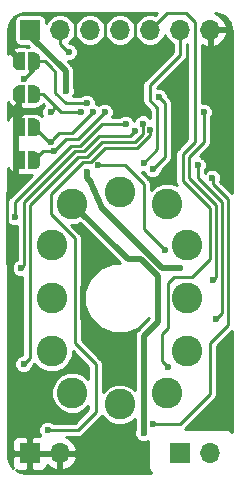
<source format=gbl>
G04 #@! TF.GenerationSoftware,KiCad,Pcbnew,(5.0.0)*
G04 #@! TF.CreationDate,2018-09-15T21:58:09+09:00*
G04 #@! TF.ProjectId,Nixie_Module_IN-12,4E697869655F4D6F64756C655F494E2D,rev?*
G04 #@! TF.SameCoordinates,Original*
G04 #@! TF.FileFunction,Copper,L2,Bot,Signal*
G04 #@! TF.FilePolarity,Positive*
%FSLAX46Y46*%
G04 Gerber Fmt 4.6, Leading zero omitted, Abs format (unit mm)*
G04 Created by KiCad (PCBNEW (5.0.0)) date 09/15/18 21:58:09*
%MOMM*%
%LPD*%
G01*
G04 APERTURE LIST*
G04 #@! TA.AperFunction,ComponentPad*
%ADD10C,2.600000*%
G04 #@! TD*
G04 #@! TA.AperFunction,ComponentPad*
%ADD11R,1.700000X1.700000*%
G04 #@! TD*
G04 #@! TA.AperFunction,ComponentPad*
%ADD12O,1.700000X1.700000*%
G04 #@! TD*
G04 #@! TA.AperFunction,SMDPad,CuDef*
%ADD13C,0.500000*%
G04 #@! TD*
G04 #@! TA.AperFunction,Conductor*
%ADD14C,0.100000*%
G04 #@! TD*
G04 #@! TA.AperFunction,ViaPad*
%ADD15C,0.600000*%
G04 #@! TD*
G04 #@! TA.AperFunction,Conductor*
%ADD16C,0.500000*%
G04 #@! TD*
G04 #@! TA.AperFunction,Conductor*
%ADD17C,0.250000*%
G04 #@! TD*
G04 #@! TA.AperFunction,Conductor*
%ADD18C,0.254000*%
G04 #@! TD*
G04 APERTURE END LIST*
D10*
G04 #@! TO.P,U2,12*
G04 #@! TO.N,/NIX_DP*
X79248000Y-77868000D03*
G04 #@! TO.P,U2,11*
G04 #@! TO.N,/NIX_0*
X83248000Y-78868000D03*
G04 #@! TO.P,U2,10*
G04 #@! TO.N,/NIX_9*
X84998000Y-82368000D03*
G04 #@! TO.P,U2,9*
G04 #@! TO.N,/NIX_8*
X84998000Y-86868000D03*
G04 #@! TO.P,U2,8*
G04 #@! TO.N,/NIX_7*
X84998000Y-91368000D03*
G04 #@! TO.P,U2,7*
G04 #@! TO.N,/NIX_6*
X83248000Y-94868000D03*
G04 #@! TO.P,U2,6*
G04 #@! TO.N,/NIX_5*
X79248000Y-95868000D03*
G04 #@! TO.P,U2,5*
G04 #@! TO.N,/NIX_4*
X75248000Y-94868000D03*
G04 #@! TO.P,U2,4*
G04 #@! TO.N,/NIX_3*
X73498000Y-91368000D03*
G04 #@! TO.P,U2,3*
G04 #@! TO.N,/NIX_2*
X73498000Y-86868000D03*
G04 #@! TO.P,U2,2*
G04 #@! TO.N,/NIX_1*
X73498000Y-82368000D03*
G04 #@! TO.P,U2,1*
G04 #@! TO.N,Net-(R1-Pad2)*
X75248000Y-78868000D03*
G04 #@! TD*
D11*
G04 #@! TO.P,J4,1*
G04 #@! TO.N,GND*
X71628000Y-100012500D03*
D12*
G04 #@! TO.P,J4,2*
X74168000Y-100012500D03*
G04 #@! TD*
D11*
G04 #@! TO.P,J3,1*
G04 #@! TO.N,+HV*
X84328000Y-100012500D03*
D12*
G04 #@! TO.P,J3,2*
X86868000Y-100012500D03*
G04 #@! TD*
D11*
G04 #@! TO.P,J1,1*
G04 #@! TO.N,+5V*
X71678800Y-64160400D03*
D12*
G04 #@! TO.P,J1,2*
G04 #@! TO.N,/I2C_SDA*
X74218800Y-64160400D03*
G04 #@! TO.P,J1,3*
G04 #@! TO.N,/I2C_SCL*
X76758800Y-64160400D03*
G04 #@! TO.P,J1,4*
G04 #@! TO.N,/#OE*
X79298800Y-64160400D03*
G04 #@! TO.P,J1,5*
G04 #@! TO.N,/LED_DIN*
X81838800Y-64160400D03*
G04 #@! TO.P,J1,6*
G04 #@! TO.N,/LED_DOUT*
X84378800Y-64160400D03*
G04 #@! TO.P,J1,7*
G04 #@! TO.N,GND*
X86918800Y-64160400D03*
G04 #@! TD*
D13*
G04 #@! TO.P,JP1,2*
G04 #@! TO.N,GND*
X70724000Y-66802000D03*
D14*
G04 #@! TD*
G04 #@! TO.N,GND*
G04 #@! TO.C,JP1*
G36*
X70724000Y-67551398D02*
X70699466Y-67551398D01*
X70650635Y-67546588D01*
X70602510Y-67537016D01*
X70555555Y-67522772D01*
X70510222Y-67503995D01*
X70466949Y-67480864D01*
X70426150Y-67453604D01*
X70388221Y-67422476D01*
X70353524Y-67387779D01*
X70322396Y-67349850D01*
X70295136Y-67309051D01*
X70272005Y-67265778D01*
X70253228Y-67220445D01*
X70238984Y-67173490D01*
X70229412Y-67125365D01*
X70224602Y-67076534D01*
X70224602Y-67052000D01*
X70224000Y-67052000D01*
X70224000Y-66552000D01*
X70224602Y-66552000D01*
X70224602Y-66527466D01*
X70229412Y-66478635D01*
X70238984Y-66430510D01*
X70253228Y-66383555D01*
X70272005Y-66338222D01*
X70295136Y-66294949D01*
X70322396Y-66254150D01*
X70353524Y-66216221D01*
X70388221Y-66181524D01*
X70426150Y-66150396D01*
X70466949Y-66123136D01*
X70510222Y-66100005D01*
X70555555Y-66081228D01*
X70602510Y-66066984D01*
X70650635Y-66057412D01*
X70699466Y-66052602D01*
X70724000Y-66052602D01*
X70724000Y-66052000D01*
X71224000Y-66052000D01*
X71224000Y-67552000D01*
X70724000Y-67552000D01*
X70724000Y-67551398D01*
X70724000Y-67551398D01*
G37*
D13*
G04 #@! TO.P,JP1,1*
G04 #@! TO.N,/ADDR_0*
X72024000Y-66802000D03*
D14*
G04 #@! TD*
G04 #@! TO.N,/ADDR_0*
G04 #@! TO.C,JP1*
G36*
X71524000Y-66052000D02*
X72024000Y-66052000D01*
X72024000Y-66052602D01*
X72048534Y-66052602D01*
X72097365Y-66057412D01*
X72145490Y-66066984D01*
X72192445Y-66081228D01*
X72237778Y-66100005D01*
X72281051Y-66123136D01*
X72321850Y-66150396D01*
X72359779Y-66181524D01*
X72394476Y-66216221D01*
X72425604Y-66254150D01*
X72452864Y-66294949D01*
X72475995Y-66338222D01*
X72494772Y-66383555D01*
X72509016Y-66430510D01*
X72518588Y-66478635D01*
X72523398Y-66527466D01*
X72523398Y-66552000D01*
X72524000Y-66552000D01*
X72524000Y-67052000D01*
X72523398Y-67052000D01*
X72523398Y-67076534D01*
X72518588Y-67125365D01*
X72509016Y-67173490D01*
X72494772Y-67220445D01*
X72475995Y-67265778D01*
X72452864Y-67309051D01*
X72425604Y-67349850D01*
X72394476Y-67387779D01*
X72359779Y-67422476D01*
X72321850Y-67453604D01*
X72281051Y-67480864D01*
X72237778Y-67503995D01*
X72192445Y-67522772D01*
X72145490Y-67537016D01*
X72097365Y-67546588D01*
X72048534Y-67551398D01*
X72024000Y-67551398D01*
X72024000Y-67552000D01*
X71524000Y-67552000D01*
X71524000Y-66052000D01*
X71524000Y-66052000D01*
G37*
D13*
G04 #@! TO.P,JP2,1*
G04 #@! TO.N,/ADDR_1*
X72024000Y-69596000D03*
D14*
G04 #@! TD*
G04 #@! TO.N,/ADDR_1*
G04 #@! TO.C,JP2*
G36*
X71524000Y-68846000D02*
X72024000Y-68846000D01*
X72024000Y-68846602D01*
X72048534Y-68846602D01*
X72097365Y-68851412D01*
X72145490Y-68860984D01*
X72192445Y-68875228D01*
X72237778Y-68894005D01*
X72281051Y-68917136D01*
X72321850Y-68944396D01*
X72359779Y-68975524D01*
X72394476Y-69010221D01*
X72425604Y-69048150D01*
X72452864Y-69088949D01*
X72475995Y-69132222D01*
X72494772Y-69177555D01*
X72509016Y-69224510D01*
X72518588Y-69272635D01*
X72523398Y-69321466D01*
X72523398Y-69346000D01*
X72524000Y-69346000D01*
X72524000Y-69846000D01*
X72523398Y-69846000D01*
X72523398Y-69870534D01*
X72518588Y-69919365D01*
X72509016Y-69967490D01*
X72494772Y-70014445D01*
X72475995Y-70059778D01*
X72452864Y-70103051D01*
X72425604Y-70143850D01*
X72394476Y-70181779D01*
X72359779Y-70216476D01*
X72321850Y-70247604D01*
X72281051Y-70274864D01*
X72237778Y-70297995D01*
X72192445Y-70316772D01*
X72145490Y-70331016D01*
X72097365Y-70340588D01*
X72048534Y-70345398D01*
X72024000Y-70345398D01*
X72024000Y-70346000D01*
X71524000Y-70346000D01*
X71524000Y-68846000D01*
X71524000Y-68846000D01*
G37*
D13*
G04 #@! TO.P,JP2,2*
G04 #@! TO.N,GND*
X70724000Y-69596000D03*
D14*
G04 #@! TD*
G04 #@! TO.N,GND*
G04 #@! TO.C,JP2*
G36*
X70724000Y-70345398D02*
X70699466Y-70345398D01*
X70650635Y-70340588D01*
X70602510Y-70331016D01*
X70555555Y-70316772D01*
X70510222Y-70297995D01*
X70466949Y-70274864D01*
X70426150Y-70247604D01*
X70388221Y-70216476D01*
X70353524Y-70181779D01*
X70322396Y-70143850D01*
X70295136Y-70103051D01*
X70272005Y-70059778D01*
X70253228Y-70014445D01*
X70238984Y-69967490D01*
X70229412Y-69919365D01*
X70224602Y-69870534D01*
X70224602Y-69846000D01*
X70224000Y-69846000D01*
X70224000Y-69346000D01*
X70224602Y-69346000D01*
X70224602Y-69321466D01*
X70229412Y-69272635D01*
X70238984Y-69224510D01*
X70253228Y-69177555D01*
X70272005Y-69132222D01*
X70295136Y-69088949D01*
X70322396Y-69048150D01*
X70353524Y-69010221D01*
X70388221Y-68975524D01*
X70426150Y-68944396D01*
X70466949Y-68917136D01*
X70510222Y-68894005D01*
X70555555Y-68875228D01*
X70602510Y-68860984D01*
X70650635Y-68851412D01*
X70699466Y-68846602D01*
X70724000Y-68846602D01*
X70724000Y-68846000D01*
X71224000Y-68846000D01*
X71224000Y-70346000D01*
X70724000Y-70346000D01*
X70724000Y-70345398D01*
X70724000Y-70345398D01*
G37*
D13*
G04 #@! TO.P,JP4,2*
G04 #@! TO.N,GND*
X70724000Y-75184000D03*
D14*
G04 #@! TD*
G04 #@! TO.N,GND*
G04 #@! TO.C,JP4*
G36*
X70724000Y-75933398D02*
X70699466Y-75933398D01*
X70650635Y-75928588D01*
X70602510Y-75919016D01*
X70555555Y-75904772D01*
X70510222Y-75885995D01*
X70466949Y-75862864D01*
X70426150Y-75835604D01*
X70388221Y-75804476D01*
X70353524Y-75769779D01*
X70322396Y-75731850D01*
X70295136Y-75691051D01*
X70272005Y-75647778D01*
X70253228Y-75602445D01*
X70238984Y-75555490D01*
X70229412Y-75507365D01*
X70224602Y-75458534D01*
X70224602Y-75434000D01*
X70224000Y-75434000D01*
X70224000Y-74934000D01*
X70224602Y-74934000D01*
X70224602Y-74909466D01*
X70229412Y-74860635D01*
X70238984Y-74812510D01*
X70253228Y-74765555D01*
X70272005Y-74720222D01*
X70295136Y-74676949D01*
X70322396Y-74636150D01*
X70353524Y-74598221D01*
X70388221Y-74563524D01*
X70426150Y-74532396D01*
X70466949Y-74505136D01*
X70510222Y-74482005D01*
X70555555Y-74463228D01*
X70602510Y-74448984D01*
X70650635Y-74439412D01*
X70699466Y-74434602D01*
X70724000Y-74434602D01*
X70724000Y-74434000D01*
X71224000Y-74434000D01*
X71224000Y-75934000D01*
X70724000Y-75934000D01*
X70724000Y-75933398D01*
X70724000Y-75933398D01*
G37*
D13*
G04 #@! TO.P,JP4,1*
G04 #@! TO.N,/ADDR_3*
X72024000Y-75184000D03*
D14*
G04 #@! TD*
G04 #@! TO.N,/ADDR_3*
G04 #@! TO.C,JP4*
G36*
X71524000Y-74434000D02*
X72024000Y-74434000D01*
X72024000Y-74434602D01*
X72048534Y-74434602D01*
X72097365Y-74439412D01*
X72145490Y-74448984D01*
X72192445Y-74463228D01*
X72237778Y-74482005D01*
X72281051Y-74505136D01*
X72321850Y-74532396D01*
X72359779Y-74563524D01*
X72394476Y-74598221D01*
X72425604Y-74636150D01*
X72452864Y-74676949D01*
X72475995Y-74720222D01*
X72494772Y-74765555D01*
X72509016Y-74812510D01*
X72518588Y-74860635D01*
X72523398Y-74909466D01*
X72523398Y-74934000D01*
X72524000Y-74934000D01*
X72524000Y-75434000D01*
X72523398Y-75434000D01*
X72523398Y-75458534D01*
X72518588Y-75507365D01*
X72509016Y-75555490D01*
X72494772Y-75602445D01*
X72475995Y-75647778D01*
X72452864Y-75691051D01*
X72425604Y-75731850D01*
X72394476Y-75769779D01*
X72359779Y-75804476D01*
X72321850Y-75835604D01*
X72281051Y-75862864D01*
X72237778Y-75885995D01*
X72192445Y-75904772D01*
X72145490Y-75919016D01*
X72097365Y-75928588D01*
X72048534Y-75933398D01*
X72024000Y-75933398D01*
X72024000Y-75934000D01*
X71524000Y-75934000D01*
X71524000Y-74434000D01*
X71524000Y-74434000D01*
G37*
D13*
G04 #@! TO.P,JP3,1*
G04 #@! TO.N,/ADDR_2*
X72024000Y-72390000D03*
D14*
G04 #@! TD*
G04 #@! TO.N,/ADDR_2*
G04 #@! TO.C,JP3*
G36*
X71524000Y-71640000D02*
X72024000Y-71640000D01*
X72024000Y-71640602D01*
X72048534Y-71640602D01*
X72097365Y-71645412D01*
X72145490Y-71654984D01*
X72192445Y-71669228D01*
X72237778Y-71688005D01*
X72281051Y-71711136D01*
X72321850Y-71738396D01*
X72359779Y-71769524D01*
X72394476Y-71804221D01*
X72425604Y-71842150D01*
X72452864Y-71882949D01*
X72475995Y-71926222D01*
X72494772Y-71971555D01*
X72509016Y-72018510D01*
X72518588Y-72066635D01*
X72523398Y-72115466D01*
X72523398Y-72140000D01*
X72524000Y-72140000D01*
X72524000Y-72640000D01*
X72523398Y-72640000D01*
X72523398Y-72664534D01*
X72518588Y-72713365D01*
X72509016Y-72761490D01*
X72494772Y-72808445D01*
X72475995Y-72853778D01*
X72452864Y-72897051D01*
X72425604Y-72937850D01*
X72394476Y-72975779D01*
X72359779Y-73010476D01*
X72321850Y-73041604D01*
X72281051Y-73068864D01*
X72237778Y-73091995D01*
X72192445Y-73110772D01*
X72145490Y-73125016D01*
X72097365Y-73134588D01*
X72048534Y-73139398D01*
X72024000Y-73139398D01*
X72024000Y-73140000D01*
X71524000Y-73140000D01*
X71524000Y-71640000D01*
X71524000Y-71640000D01*
G37*
D13*
G04 #@! TO.P,JP3,2*
G04 #@! TO.N,GND*
X70724000Y-72390000D03*
D14*
G04 #@! TD*
G04 #@! TO.N,GND*
G04 #@! TO.C,JP3*
G36*
X70724000Y-73139398D02*
X70699466Y-73139398D01*
X70650635Y-73134588D01*
X70602510Y-73125016D01*
X70555555Y-73110772D01*
X70510222Y-73091995D01*
X70466949Y-73068864D01*
X70426150Y-73041604D01*
X70388221Y-73010476D01*
X70353524Y-72975779D01*
X70322396Y-72937850D01*
X70295136Y-72897051D01*
X70272005Y-72853778D01*
X70253228Y-72808445D01*
X70238984Y-72761490D01*
X70229412Y-72713365D01*
X70224602Y-72664534D01*
X70224602Y-72640000D01*
X70224000Y-72640000D01*
X70224000Y-72140000D01*
X70224602Y-72140000D01*
X70224602Y-72115466D01*
X70229412Y-72066635D01*
X70238984Y-72018510D01*
X70253228Y-71971555D01*
X70272005Y-71926222D01*
X70295136Y-71882949D01*
X70322396Y-71842150D01*
X70353524Y-71804221D01*
X70388221Y-71769524D01*
X70426150Y-71738396D01*
X70466949Y-71711136D01*
X70510222Y-71688005D01*
X70555555Y-71669228D01*
X70602510Y-71654984D01*
X70650635Y-71645412D01*
X70699466Y-71640602D01*
X70724000Y-71640602D01*
X70724000Y-71640000D01*
X71224000Y-71640000D01*
X71224000Y-73140000D01*
X70724000Y-73140000D01*
X70724000Y-73139398D01*
X70724000Y-73139398D01*
G37*
D15*
G04 #@! TO.N,+5V*
X84328000Y-84328000D03*
X74676000Y-69342000D03*
X76454000Y-76200000D03*
G04 #@! TO.N,GND*
X70104000Y-64516000D03*
X86360000Y-74930000D03*
X70866000Y-89408000D03*
X70065997Y-84328000D03*
X70104000Y-77470000D03*
X83820000Y-72644000D03*
X75438000Y-62992000D03*
X80518000Y-62992000D03*
X77978000Y-62992000D03*
X84582000Y-73152000D03*
X80518000Y-69596000D03*
X80518000Y-71120000D03*
X78994000Y-69596000D03*
X79248000Y-71120000D03*
X82804010Y-76708000D03*
X83820000Y-76962000D03*
X88392000Y-96520000D03*
X88392000Y-93472000D03*
X86868000Y-75692000D03*
X78232000Y-83566000D03*
X71120000Y-71120000D03*
X79248000Y-91948000D03*
X79502000Y-99568000D03*
X79502000Y-98552000D03*
X72390000Y-95504000D03*
X73152000Y-93980000D03*
X70104000Y-91694000D03*
X75692000Y-101346000D03*
X75692000Y-98806000D03*
X80010000Y-100838000D03*
X79248000Y-90424000D03*
X79248000Y-93273002D03*
X76454000Y-89916000D03*
X87884000Y-69596000D03*
X87884000Y-71120000D03*
X87884000Y-72644000D03*
X88646000Y-90170000D03*
X88392000Y-95504000D03*
X87122000Y-97028000D03*
X81534000Y-67056000D03*
X83058000Y-66548000D03*
X84582000Y-67310000D03*
X84582000Y-68580000D03*
X84836000Y-69850000D03*
X79483421Y-67231445D03*
X77470000Y-70358000D03*
X77978000Y-66040010D03*
G04 #@! TO.N,/I2C_SDA*
X74930000Y-66040000D03*
G04 #@! TO.N,/NIX_6_G*
X82042000Y-97536000D03*
X87083988Y-76708000D03*
G04 #@! TO.N,/NIX_2_G*
X70358000Y-80010000D03*
X79756008Y-72136000D03*
G04 #@! TO.N,/NIX_7_G*
X85852000Y-75574990D03*
X87376000Y-88646000D03*
G04 #@! TO.N,/NIX_3_G*
X70866000Y-84328000D03*
X80575694Y-72701694D03*
G04 #@! TO.N,/NIX_8_G*
X87126000Y-85344000D03*
X86360000Y-71120000D03*
G04 #@! TO.N,/NIX_4_G*
X81222313Y-72078313D03*
X71120000Y-92456000D03*
G04 #@! TO.N,/NIX_5_G*
X81825705Y-72644000D03*
X73152000Y-98044000D03*
G04 #@! TO.N,/NIX_0_G*
X83058000Y-82804000D03*
X77409051Y-75631051D03*
G04 #@! TO.N,Net-(R1-Pad2)*
X81280014Y-98298000D03*
G04 #@! TO.N,/ADDR_0*
X76454000Y-70358000D03*
X71120000Y-68326000D03*
G04 #@! TO.N,/ADDR_1*
X75946000Y-71120000D03*
X73406000Y-71120000D03*
G04 #@! TO.N,/ADDR_2*
X76962000Y-71120000D03*
X73406000Y-73621987D03*
G04 #@! TO.N,/ADDR_3*
X77978000Y-71120000D03*
X73659988Y-74422000D03*
G04 #@! TO.N,/LED_DIN*
X83312000Y-92710000D03*
G04 #@! TO.N,/LED_DOUT*
X81280000Y-75438000D03*
G04 #@! TO.N,/NIX_DP_G*
X82550000Y-69850000D03*
X82042000Y-75946000D03*
G04 #@! TD*
D16*
G04 #@! TO.N,+5V*
X71678800Y-64660804D02*
X74676000Y-67658004D01*
X74676000Y-67658004D02*
X74676000Y-68917736D01*
X71678800Y-64566800D02*
X71678800Y-64660804D01*
X74676000Y-68917736D02*
X74676000Y-69342000D01*
X84328000Y-84328000D02*
X82804000Y-84328000D01*
X82804000Y-84328000D02*
X77724000Y-79248000D01*
X77724000Y-79248000D02*
X76708000Y-76962000D01*
X76454000Y-76708000D02*
X76454000Y-76624264D01*
X76708000Y-76962000D02*
X76454000Y-76708000D01*
X76454000Y-76624264D02*
X76454000Y-76200000D01*
D17*
G04 #@! TO.N,GND*
X70470000Y-76312000D02*
X70470000Y-75692000D01*
X87122000Y-74168000D02*
X86360000Y-74930000D01*
X87122000Y-65565681D02*
X87122000Y-74168000D01*
X86918800Y-64160400D02*
X86918800Y-65362481D01*
X86918800Y-65362481D02*
X87122000Y-65565681D01*
X70866000Y-88983736D02*
X70104000Y-88221736D01*
X70866000Y-89408000D02*
X70866000Y-88983736D01*
X70104000Y-88221736D02*
X70104000Y-84366003D01*
X70104000Y-84366003D02*
X70065997Y-84328000D01*
X69732999Y-83995002D02*
X69732999Y-77841001D01*
X70065997Y-84328000D02*
X69732999Y-83995002D01*
X69732999Y-77841001D02*
X70104000Y-77470000D01*
X83820000Y-72644000D02*
X84119999Y-72943999D01*
X84119999Y-72943999D02*
X84582000Y-73406000D01*
X84582000Y-73406000D02*
X84836000Y-73406000D01*
D16*
X70470000Y-77104000D02*
X70104000Y-77470000D01*
X70470000Y-75692000D02*
X70470000Y-77104000D01*
D17*
X80518000Y-62992000D02*
X80518000Y-66548000D01*
X77978000Y-62992000D02*
X77978000Y-66472000D01*
X80518000Y-66548000D02*
X80518000Y-69596000D01*
X80518000Y-69596000D02*
X80518000Y-71120000D01*
X80518000Y-69596000D02*
X78994000Y-69596000D01*
X78994000Y-69596000D02*
X78994000Y-70866000D01*
X78994000Y-70866000D02*
X79248000Y-71120000D01*
X83820000Y-72644000D02*
X83820000Y-75692010D01*
X83820000Y-75692010D02*
X83104009Y-76408001D01*
X83104009Y-76408001D02*
X82804010Y-76708000D01*
X88392000Y-96520000D02*
X88392000Y-95504000D01*
D16*
X70612000Y-66548000D02*
X70470000Y-66690000D01*
X70104000Y-64516000D02*
X70104000Y-66040000D01*
X70104000Y-66040000D02*
X70612000Y-66548000D01*
X70724000Y-70500000D02*
X70724000Y-69596000D01*
X70820001Y-70820001D02*
X70612000Y-70612000D01*
X71120000Y-71120000D02*
X70820001Y-70820001D01*
X70470000Y-70754000D02*
X70612000Y-70612000D01*
X70612000Y-70612000D02*
X70724000Y-70500000D01*
X70470000Y-71345736D02*
X70470000Y-71374000D01*
X70695736Y-71120000D02*
X70470000Y-71345736D01*
X71120000Y-71120000D02*
X70695736Y-71120000D01*
X70470000Y-75692000D02*
X70470000Y-71374000D01*
X70470000Y-71374000D02*
X70470000Y-70754000D01*
D17*
X78948001Y-91648001D02*
X79248000Y-91948000D01*
X78232000Y-83566000D02*
X75946000Y-85852000D01*
X75946000Y-85852000D02*
X75946000Y-88646000D01*
X75946000Y-88646000D02*
X78948001Y-91648001D01*
X88392000Y-95504000D02*
X88392000Y-93472000D01*
X79756000Y-67056000D02*
X79580555Y-67231445D01*
X77902000Y-66548000D02*
X79248000Y-66548000D01*
X80518000Y-66548000D02*
X80264000Y-66548000D01*
X80264000Y-66548000D02*
X79756000Y-67056000D01*
X79580555Y-67231445D02*
X79483421Y-67231445D01*
X79248000Y-66548000D02*
X79756000Y-67056000D01*
X75438000Y-63416264D02*
X75438000Y-62992000D01*
X75438000Y-64770000D02*
X75438000Y-63416264D01*
X77902000Y-66548000D02*
X77216000Y-66548000D01*
X77216000Y-66548000D02*
X75438000Y-64770000D01*
X77769999Y-70058001D02*
X77470000Y-70358000D01*
X78232000Y-69596000D02*
X77769999Y-70058001D01*
X78994000Y-69596000D02*
X78232000Y-69596000D01*
X77902000Y-66548000D02*
X77978000Y-66472000D01*
X77978000Y-66472000D02*
X77978000Y-66040010D01*
X70724000Y-71516000D02*
X71120000Y-71120000D01*
X70724000Y-72390000D02*
X70724000Y-71516000D01*
G04 #@! TO.N,/I2C_SDA*
X74218800Y-65362481D02*
X74896319Y-66040000D01*
X74218800Y-64160400D02*
X74218800Y-65362481D01*
X74896319Y-66040000D02*
X74930000Y-66040000D01*
G04 #@! TO.N,/NIX_6_G*
X82042000Y-97536000D02*
X84328000Y-97536000D01*
X88392000Y-89154000D02*
X88392000Y-78486000D01*
X88392000Y-78486000D02*
X87122000Y-77216000D01*
X87122000Y-76708000D02*
X87083988Y-76708000D01*
X84328000Y-97536000D02*
X86868000Y-94996000D01*
X86868000Y-90678000D02*
X88392000Y-89154000D01*
X87122000Y-77216000D02*
X87122000Y-76708000D01*
X86868000Y-94996000D02*
X86868000Y-90678000D01*
G04 #@! TO.N,/NIX_2_G*
X77724000Y-72136000D02*
X79331744Y-72136000D01*
X70358000Y-80010000D02*
X70358000Y-78740000D01*
X75889035Y-73970965D02*
X77724000Y-72136000D01*
X79331744Y-72136000D02*
X79756008Y-72136000D01*
X75127035Y-73970965D02*
X75889035Y-73970965D01*
X70358000Y-78740000D02*
X75127035Y-73970965D01*
G04 #@! TO.N,/NIX_7_G*
X85852000Y-75574990D02*
X85852000Y-76708000D01*
X87884000Y-88138000D02*
X87675999Y-88346001D01*
X87675999Y-88346001D02*
X87376000Y-88646000D01*
X87884000Y-78740000D02*
X87884000Y-88138000D01*
X85852000Y-76708000D02*
X87884000Y-78740000D01*
G04 #@! TO.N,/NIX_3_G*
X71165999Y-78694001D02*
X75439024Y-74420976D01*
X77470000Y-73152000D02*
X80125388Y-73152000D01*
X80125388Y-73152000D02*
X80275695Y-73001693D01*
X70866000Y-84328000D02*
X71165999Y-84028001D01*
X80275695Y-73001693D02*
X80575694Y-72701694D01*
X76201024Y-74420976D02*
X77470000Y-73152000D01*
X75439024Y-74420976D02*
X76201024Y-74420976D01*
X71165999Y-84028001D02*
X71165999Y-78694001D01*
G04 #@! TO.N,/NIX_8_G*
X86360000Y-71544264D02*
X86360000Y-71120000D01*
X87376000Y-85094000D02*
X87376000Y-78994000D01*
X87126000Y-85344000D02*
X87376000Y-85094000D01*
X87376000Y-78994000D02*
X85090000Y-76708000D01*
X85090000Y-76708000D02*
X85090000Y-74930000D01*
X85090000Y-74930000D02*
X86360000Y-73660000D01*
X86360000Y-73660000D02*
X86360000Y-71544264D01*
G04 #@! TO.N,/NIX_4_G*
X81200696Y-73001696D02*
X80542392Y-73660000D01*
X71628000Y-78994000D02*
X71628000Y-91948000D01*
X76513013Y-74870987D02*
X75751013Y-74870987D01*
X71419999Y-92156001D02*
X71120000Y-92456000D01*
X80542392Y-73660000D02*
X77724000Y-73660000D01*
X75751013Y-74870987D02*
X71628000Y-78994000D01*
X81222313Y-72078313D02*
X81200696Y-72099930D01*
X77724000Y-73660000D02*
X76513013Y-74870987D01*
X71628000Y-91948000D02*
X71419999Y-92156001D01*
X81200696Y-72099930D02*
X81200696Y-73001696D01*
G04 #@! TO.N,/NIX_5_G*
X75692000Y-98044000D02*
X77216000Y-96520000D01*
X77216000Y-92456000D02*
X75438000Y-90678000D01*
X77978000Y-74168000D02*
X80725969Y-74168000D01*
X73406000Y-78068996D02*
X76153998Y-75320998D01*
X75438000Y-90678000D02*
X75438000Y-81788000D01*
X81825705Y-73068264D02*
X81825705Y-72644000D01*
X80725969Y-74168000D02*
X81825705Y-73068264D01*
X75438000Y-81788000D02*
X73406000Y-79756000D01*
X77216000Y-96520000D02*
X77216000Y-92456000D01*
X76825002Y-75320998D02*
X77978000Y-74168000D01*
X76153998Y-75320998D02*
X76825002Y-75320998D01*
X73406000Y-79756000D02*
X73406000Y-78068996D01*
X73152000Y-98044000D02*
X75692000Y-98044000D01*
G04 #@! TO.N,/NIX_0_G*
X79695051Y-75631051D02*
X77833315Y-75631051D01*
X83058000Y-82804000D02*
X81280000Y-81026000D01*
X77833315Y-75631051D02*
X77409051Y-75631051D01*
X81280000Y-77216000D02*
X79695051Y-75631051D01*
X81280000Y-81026000D02*
X81280000Y-77216000D01*
D16*
G04 #@! TO.N,Net-(R1-Pad2)*
X82482989Y-88884181D02*
X81280014Y-90087156D01*
X81280014Y-90087156D02*
X81280014Y-97873736D01*
X81280014Y-97873736D02*
X81280014Y-98298000D01*
X82482989Y-85022989D02*
X82482989Y-88884181D01*
X79946000Y-83566000D02*
X81026000Y-83566000D01*
X75248000Y-78868000D02*
X79946000Y-83566000D01*
X81026000Y-83566000D02*
X82482989Y-85022989D01*
D17*
G04 #@! TO.N,/ADDR_0*
X74676000Y-70358000D02*
X76454000Y-70358000D01*
X73800991Y-69482991D02*
X74676000Y-70358000D01*
X73800991Y-67704991D02*
X73800991Y-69482991D01*
X72024000Y-66802000D02*
X72898000Y-66802000D01*
X73406000Y-67310000D02*
X73800991Y-67704991D01*
X72898000Y-66802000D02*
X73406000Y-67310000D01*
X72024000Y-67422000D02*
X72024000Y-66802000D01*
X71628000Y-67818000D02*
X71628000Y-67564000D01*
X71628000Y-67818000D02*
X72024000Y-67422000D01*
X71120000Y-68326000D02*
X71628000Y-67818000D01*
G04 #@! TO.N,/ADDR_1*
X75521736Y-71120000D02*
X75946000Y-71120000D01*
X72024000Y-69596000D02*
X72769590Y-69596000D01*
X74293590Y-71120000D02*
X75521736Y-71120000D01*
X72769590Y-69596000D02*
X73406000Y-70232410D01*
X73705999Y-70691591D02*
X73785590Y-70612000D01*
X73705999Y-70820001D02*
X73705999Y-70691591D01*
X73406000Y-71120000D02*
X73705999Y-70820001D01*
X73406000Y-70232410D02*
X73785590Y-70612000D01*
X73785590Y-70612000D02*
X74293590Y-71120000D01*
G04 #@! TO.N,/ADDR_2*
X75184000Y-72898000D02*
X74129987Y-72898000D01*
X73705999Y-73321988D02*
X73406000Y-73621987D01*
X76962000Y-71120000D02*
X75184000Y-72898000D01*
X74129987Y-72898000D02*
X73705999Y-73321988D01*
X73255987Y-73621987D02*
X73406000Y-73621987D01*
X72024000Y-72390000D02*
X73255987Y-73621987D01*
G04 #@! TO.N,/ADDR_3*
X74675988Y-73406000D02*
X73959987Y-74122001D01*
X73959987Y-74122001D02*
X73659988Y-74422000D01*
X72786000Y-74422000D02*
X73235724Y-74422000D01*
X75692000Y-73406000D02*
X74675988Y-73406000D01*
X72024000Y-75184000D02*
X72786000Y-74422000D01*
X77978000Y-71120000D02*
X75692000Y-73406000D01*
X73235724Y-74422000D02*
X73659988Y-74422000D01*
G04 #@! TO.N,/LED_DIN*
X83312000Y-89408000D02*
X82804000Y-89916000D01*
X83312000Y-85598000D02*
X83312000Y-89408000D01*
X83820000Y-85090000D02*
X83312000Y-85598000D01*
X85344000Y-85090000D02*
X83820000Y-85090000D01*
X86868000Y-83566000D02*
X85344000Y-85090000D01*
X86868000Y-79248000D02*
X86868000Y-83566000D01*
X84582000Y-76962000D02*
X86868000Y-79248000D01*
X82804000Y-92202000D02*
X83312000Y-92710000D01*
X83261200Y-62738000D02*
X84836000Y-62738000D01*
X81838800Y-64160400D02*
X83261200Y-62738000D01*
X84836000Y-62738000D02*
X85598000Y-63500000D01*
X82804000Y-89916000D02*
X82804000Y-92202000D01*
X85598000Y-63500000D02*
X85598000Y-73660000D01*
X85598000Y-73660000D02*
X84582000Y-74676000D01*
X84582000Y-74676000D02*
X84582000Y-76962000D01*
G04 #@! TO.N,/LED_DOUT*
X84378800Y-66243200D02*
X84378800Y-64160400D01*
X81788000Y-68834000D02*
X84378800Y-66243200D01*
X81788000Y-70104000D02*
X81788000Y-68834000D01*
X82450706Y-70766706D02*
X81788000Y-70104000D01*
X81280000Y-75438000D02*
X82450706Y-74267294D01*
X82450706Y-74267294D02*
X82450706Y-70766706D01*
G04 #@! TO.N,/NIX_DP_G*
X83058000Y-74930000D02*
X82341999Y-75646001D01*
X82341999Y-75646001D02*
X82042000Y-75946000D01*
X82550000Y-69850000D02*
X83058000Y-70358000D01*
X83058000Y-70358000D02*
X83058000Y-74930000D01*
G04 #@! TD*
D18*
G04 #@! TO.N,GND*
G36*
X69917865Y-80668709D02*
X70203445Y-80787000D01*
X70512555Y-80787000D01*
X70564000Y-80765691D01*
X70563999Y-83612074D01*
X70425865Y-83669291D01*
X70207291Y-83887865D01*
X70089000Y-84173445D01*
X70089000Y-84482555D01*
X70207291Y-84768135D01*
X70425865Y-84986709D01*
X70711445Y-85105000D01*
X71020555Y-85105000D01*
X71026000Y-85102744D01*
X71026001Y-91679000D01*
X70965445Y-91679000D01*
X70679865Y-91797291D01*
X70461291Y-92015865D01*
X70343000Y-92301445D01*
X70343000Y-92610555D01*
X70461291Y-92896135D01*
X70679865Y-93114709D01*
X70965445Y-93233000D01*
X71274555Y-93233000D01*
X71560135Y-93114709D01*
X71778709Y-92896135D01*
X71897000Y-92610555D01*
X71897000Y-92530356D01*
X72011755Y-92415601D01*
X72024218Y-92407274D01*
X72491411Y-92874467D01*
X73144533Y-93145000D01*
X73851467Y-93145000D01*
X74504589Y-92874467D01*
X75004467Y-92374589D01*
X75275000Y-91721467D01*
X75275000Y-91366356D01*
X76614001Y-92705358D01*
X76614001Y-93720945D01*
X76254589Y-93361533D01*
X75601467Y-93091000D01*
X74894533Y-93091000D01*
X74241411Y-93361533D01*
X73741533Y-93861411D01*
X73471000Y-94514533D01*
X73471000Y-95221467D01*
X73741533Y-95874589D01*
X74241411Y-96374467D01*
X74894533Y-96645000D01*
X75601467Y-96645000D01*
X76254589Y-96374467D01*
X76614000Y-96015056D01*
X76614000Y-96270644D01*
X75442644Y-97442000D01*
X73648844Y-97442000D01*
X73592135Y-97385291D01*
X73306555Y-97267000D01*
X72997445Y-97267000D01*
X72711865Y-97385291D01*
X72493291Y-97603865D01*
X72375000Y-97889445D01*
X72375000Y-98198555D01*
X72493291Y-98484135D01*
X72536656Y-98527500D01*
X71913750Y-98527500D01*
X71755000Y-98686250D01*
X71755000Y-99885500D01*
X74041000Y-99885500D01*
X74041000Y-99865500D01*
X74295000Y-99865500D01*
X74295000Y-99885500D01*
X75488819Y-99885500D01*
X75609486Y-99655608D01*
X75363183Y-99131142D01*
X74934924Y-98740855D01*
X74705909Y-98646000D01*
X75632717Y-98646000D01*
X75692000Y-98657792D01*
X75751283Y-98646000D01*
X75751288Y-98646000D01*
X75926888Y-98611071D01*
X76126017Y-98478017D01*
X76159601Y-98427755D01*
X77599755Y-96987601D01*
X77650017Y-96954017D01*
X77726821Y-96839072D01*
X77741533Y-96874589D01*
X78241411Y-97374467D01*
X78894533Y-97645000D01*
X79601467Y-97645000D01*
X80254589Y-97374467D01*
X80553015Y-97076041D01*
X80553015Y-97802133D01*
X80553014Y-97802138D01*
X80553014Y-98022734D01*
X80503014Y-98143445D01*
X80503014Y-98452555D01*
X80621305Y-98738135D01*
X80839879Y-98956709D01*
X81125459Y-99075000D01*
X81434569Y-99075000D01*
X81661000Y-98981209D01*
X81661000Y-101346000D01*
X81670667Y-101394601D01*
X81698197Y-101435803D01*
X81923394Y-101661000D01*
X71299548Y-101661000D01*
X70850084Y-101596632D01*
X70471287Y-101424403D01*
X70467648Y-101421267D01*
X70651690Y-101497500D01*
X71342250Y-101497500D01*
X71501000Y-101338750D01*
X71501000Y-100139500D01*
X71755000Y-100139500D01*
X71755000Y-101338750D01*
X71913750Y-101497500D01*
X72604310Y-101497500D01*
X72837699Y-101400827D01*
X73016327Y-101222198D01*
X73103136Y-101012622D01*
X73401076Y-101284145D01*
X73811110Y-101453976D01*
X74041000Y-101332655D01*
X74041000Y-100139500D01*
X74295000Y-100139500D01*
X74295000Y-101332655D01*
X74524890Y-101453976D01*
X74934924Y-101284145D01*
X75363183Y-100893858D01*
X75609486Y-100369392D01*
X75488819Y-100139500D01*
X74295000Y-100139500D01*
X74041000Y-100139500D01*
X71755000Y-100139500D01*
X71501000Y-100139500D01*
X70301750Y-100139500D01*
X70143000Y-100298250D01*
X70143000Y-100988809D01*
X70239673Y-101222198D01*
X70258705Y-101241230D01*
X70156054Y-101152780D01*
X69929724Y-100803596D01*
X69805276Y-100387473D01*
X69789000Y-100168444D01*
X69789000Y-99036191D01*
X70143000Y-99036191D01*
X70143000Y-99726750D01*
X70301750Y-99885500D01*
X71501000Y-99885500D01*
X71501000Y-98686250D01*
X71342250Y-98527500D01*
X70651690Y-98527500D01*
X70418301Y-98624173D01*
X70239673Y-98802802D01*
X70143000Y-99036191D01*
X69789000Y-99036191D01*
X69789000Y-80539844D01*
X69917865Y-80668709D01*
X69917865Y-80668709D01*
G37*
X69917865Y-80668709D02*
X70203445Y-80787000D01*
X70512555Y-80787000D01*
X70564000Y-80765691D01*
X70563999Y-83612074D01*
X70425865Y-83669291D01*
X70207291Y-83887865D01*
X70089000Y-84173445D01*
X70089000Y-84482555D01*
X70207291Y-84768135D01*
X70425865Y-84986709D01*
X70711445Y-85105000D01*
X71020555Y-85105000D01*
X71026000Y-85102744D01*
X71026001Y-91679000D01*
X70965445Y-91679000D01*
X70679865Y-91797291D01*
X70461291Y-92015865D01*
X70343000Y-92301445D01*
X70343000Y-92610555D01*
X70461291Y-92896135D01*
X70679865Y-93114709D01*
X70965445Y-93233000D01*
X71274555Y-93233000D01*
X71560135Y-93114709D01*
X71778709Y-92896135D01*
X71897000Y-92610555D01*
X71897000Y-92530356D01*
X72011755Y-92415601D01*
X72024218Y-92407274D01*
X72491411Y-92874467D01*
X73144533Y-93145000D01*
X73851467Y-93145000D01*
X74504589Y-92874467D01*
X75004467Y-92374589D01*
X75275000Y-91721467D01*
X75275000Y-91366356D01*
X76614001Y-92705358D01*
X76614001Y-93720945D01*
X76254589Y-93361533D01*
X75601467Y-93091000D01*
X74894533Y-93091000D01*
X74241411Y-93361533D01*
X73741533Y-93861411D01*
X73471000Y-94514533D01*
X73471000Y-95221467D01*
X73741533Y-95874589D01*
X74241411Y-96374467D01*
X74894533Y-96645000D01*
X75601467Y-96645000D01*
X76254589Y-96374467D01*
X76614000Y-96015056D01*
X76614000Y-96270644D01*
X75442644Y-97442000D01*
X73648844Y-97442000D01*
X73592135Y-97385291D01*
X73306555Y-97267000D01*
X72997445Y-97267000D01*
X72711865Y-97385291D01*
X72493291Y-97603865D01*
X72375000Y-97889445D01*
X72375000Y-98198555D01*
X72493291Y-98484135D01*
X72536656Y-98527500D01*
X71913750Y-98527500D01*
X71755000Y-98686250D01*
X71755000Y-99885500D01*
X74041000Y-99885500D01*
X74041000Y-99865500D01*
X74295000Y-99865500D01*
X74295000Y-99885500D01*
X75488819Y-99885500D01*
X75609486Y-99655608D01*
X75363183Y-99131142D01*
X74934924Y-98740855D01*
X74705909Y-98646000D01*
X75632717Y-98646000D01*
X75692000Y-98657792D01*
X75751283Y-98646000D01*
X75751288Y-98646000D01*
X75926888Y-98611071D01*
X76126017Y-98478017D01*
X76159601Y-98427755D01*
X77599755Y-96987601D01*
X77650017Y-96954017D01*
X77726821Y-96839072D01*
X77741533Y-96874589D01*
X78241411Y-97374467D01*
X78894533Y-97645000D01*
X79601467Y-97645000D01*
X80254589Y-97374467D01*
X80553015Y-97076041D01*
X80553015Y-97802133D01*
X80553014Y-97802138D01*
X80553014Y-98022734D01*
X80503014Y-98143445D01*
X80503014Y-98452555D01*
X80621305Y-98738135D01*
X80839879Y-98956709D01*
X81125459Y-99075000D01*
X81434569Y-99075000D01*
X81661000Y-98981209D01*
X81661000Y-101346000D01*
X81670667Y-101394601D01*
X81698197Y-101435803D01*
X81923394Y-101661000D01*
X71299548Y-101661000D01*
X70850084Y-101596632D01*
X70471287Y-101424403D01*
X70467648Y-101421267D01*
X70651690Y-101497500D01*
X71342250Y-101497500D01*
X71501000Y-101338750D01*
X71501000Y-100139500D01*
X71755000Y-100139500D01*
X71755000Y-101338750D01*
X71913750Y-101497500D01*
X72604310Y-101497500D01*
X72837699Y-101400827D01*
X73016327Y-101222198D01*
X73103136Y-101012622D01*
X73401076Y-101284145D01*
X73811110Y-101453976D01*
X74041000Y-101332655D01*
X74041000Y-100139500D01*
X74295000Y-100139500D01*
X74295000Y-101332655D01*
X74524890Y-101453976D01*
X74934924Y-101284145D01*
X75363183Y-100893858D01*
X75609486Y-100369392D01*
X75488819Y-100139500D01*
X74295000Y-100139500D01*
X74041000Y-100139500D01*
X71755000Y-100139500D01*
X71501000Y-100139500D01*
X70301750Y-100139500D01*
X70143000Y-100298250D01*
X70143000Y-100988809D01*
X70239673Y-101222198D01*
X70258705Y-101241230D01*
X70156054Y-101152780D01*
X69929724Y-100803596D01*
X69805276Y-100387473D01*
X69789000Y-100168444D01*
X69789000Y-99036191D01*
X70143000Y-99036191D01*
X70143000Y-99726750D01*
X70301750Y-99885500D01*
X71501000Y-99885500D01*
X71501000Y-98686250D01*
X71342250Y-98527500D01*
X70651690Y-98527500D01*
X70418301Y-98624173D01*
X70239673Y-98802802D01*
X70143000Y-99036191D01*
X69789000Y-99036191D01*
X69789000Y-80539844D01*
X69917865Y-80668709D01*
G36*
X88735001Y-98207395D02*
X88481803Y-97954197D01*
X88440601Y-97926667D01*
X88392000Y-97917000D01*
X84798356Y-97917000D01*
X87251755Y-95463601D01*
X87302017Y-95430017D01*
X87435071Y-95230888D01*
X87470000Y-95055288D01*
X87470000Y-95055284D01*
X87481792Y-94996001D01*
X87470000Y-94936718D01*
X87470000Y-90927356D01*
X88735001Y-89662355D01*
X88735001Y-98207395D01*
X88735001Y-98207395D01*
G37*
X88735001Y-98207395D02*
X88481803Y-97954197D01*
X88440601Y-97926667D01*
X88392000Y-97917000D01*
X84798356Y-97917000D01*
X87251755Y-95463601D01*
X87302017Y-95430017D01*
X87435071Y-95230888D01*
X87470000Y-95055288D01*
X87470000Y-95055284D01*
X87481792Y-94996001D01*
X87470000Y-94936718D01*
X87470000Y-90927356D01*
X88735001Y-89662355D01*
X88735001Y-98207395D01*
G36*
X79242867Y-83891000D02*
X78655838Y-83891000D01*
X77561665Y-84344221D01*
X76724221Y-85181665D01*
X76271000Y-86275838D01*
X76271000Y-87460162D01*
X76724221Y-88554335D01*
X77561665Y-89391779D01*
X78655838Y-89845000D01*
X79840162Y-89845000D01*
X80934335Y-89391779D01*
X81755990Y-88570124D01*
X81755990Y-88583046D01*
X80816576Y-89522462D01*
X80755877Y-89563020D01*
X80595196Y-89803496D01*
X80553014Y-90015558D01*
X80553014Y-90015561D01*
X80538773Y-90087156D01*
X80553014Y-90158751D01*
X80553015Y-94659959D01*
X80254589Y-94361533D01*
X79601467Y-94091000D01*
X78894533Y-94091000D01*
X78241411Y-94361533D01*
X77818000Y-94784944D01*
X77818000Y-92515283D01*
X77829792Y-92456000D01*
X77818000Y-92396717D01*
X77818000Y-92396712D01*
X77783071Y-92221112D01*
X77739565Y-92156001D01*
X77683601Y-92072244D01*
X77683599Y-92072242D01*
X77650017Y-92021983D01*
X77599758Y-91988401D01*
X76040000Y-90428644D01*
X76040000Y-81847283D01*
X76051792Y-81788000D01*
X76040000Y-81728717D01*
X76040000Y-81728712D01*
X76005071Y-81553112D01*
X75909283Y-81409755D01*
X75905601Y-81404244D01*
X75905599Y-81404242D01*
X75872017Y-81353983D01*
X75821758Y-81320401D01*
X75146357Y-80645000D01*
X75601467Y-80645000D01*
X75881057Y-80529189D01*
X79242867Y-83891000D01*
X79242867Y-83891000D01*
G37*
X79242867Y-83891000D02*
X78655838Y-83891000D01*
X77561665Y-84344221D01*
X76724221Y-85181665D01*
X76271000Y-86275838D01*
X76271000Y-87460162D01*
X76724221Y-88554335D01*
X77561665Y-89391779D01*
X78655838Y-89845000D01*
X79840162Y-89845000D01*
X80934335Y-89391779D01*
X81755990Y-88570124D01*
X81755990Y-88583046D01*
X80816576Y-89522462D01*
X80755877Y-89563020D01*
X80595196Y-89803496D01*
X80553014Y-90015558D01*
X80553014Y-90015561D01*
X80538773Y-90087156D01*
X80553014Y-90158751D01*
X80553015Y-94659959D01*
X80254589Y-94361533D01*
X79601467Y-94091000D01*
X78894533Y-94091000D01*
X78241411Y-94361533D01*
X77818000Y-94784944D01*
X77818000Y-92515283D01*
X77829792Y-92456000D01*
X77818000Y-92396717D01*
X77818000Y-92396712D01*
X77783071Y-92221112D01*
X77739565Y-92156001D01*
X77683601Y-92072244D01*
X77683599Y-92072242D01*
X77650017Y-92021983D01*
X77599758Y-91988401D01*
X76040000Y-90428644D01*
X76040000Y-81847283D01*
X76051792Y-81788000D01*
X76040000Y-81728717D01*
X76040000Y-81728712D01*
X76005071Y-81553112D01*
X75909283Y-81409755D01*
X75905601Y-81404244D01*
X75905599Y-81404242D01*
X75872017Y-81353983D01*
X75821758Y-81320401D01*
X75146357Y-80645000D01*
X75601467Y-80645000D01*
X75881057Y-80529189D01*
X79242867Y-83891000D01*
G36*
X69804513Y-75867907D02*
X69852378Y-75957457D01*
X69906834Y-76038956D01*
X69971248Y-76117444D01*
X70040556Y-76186752D01*
X70119044Y-76251166D01*
X70200543Y-76305622D01*
X70290093Y-76353487D01*
X70380649Y-76390996D01*
X70477811Y-76420470D01*
X70573944Y-76439592D01*
X70674991Y-76449544D01*
X70711894Y-76449544D01*
X70724000Y-76451952D01*
X71224000Y-76451952D01*
X71422212Y-76412525D01*
X71436544Y-76402949D01*
X71524000Y-76420345D01*
X71826299Y-76420345D01*
X69974243Y-78272401D01*
X69923984Y-78305983D01*
X69890402Y-78356242D01*
X69890399Y-78356245D01*
X69790931Y-78505111D01*
X69790930Y-78505112D01*
X69789000Y-78514815D01*
X69789000Y-75830455D01*
X69804513Y-75867907D01*
X69804513Y-75867907D01*
G37*
X69804513Y-75867907D02*
X69852378Y-75957457D01*
X69906834Y-76038956D01*
X69971248Y-76117444D01*
X70040556Y-76186752D01*
X70119044Y-76251166D01*
X70200543Y-76305622D01*
X70290093Y-76353487D01*
X70380649Y-76390996D01*
X70477811Y-76420470D01*
X70573944Y-76439592D01*
X70674991Y-76449544D01*
X70711894Y-76449544D01*
X70724000Y-76451952D01*
X71224000Y-76451952D01*
X71422212Y-76412525D01*
X71436544Y-76402949D01*
X71524000Y-76420345D01*
X71826299Y-76420345D01*
X69974243Y-78272401D01*
X69923984Y-78305983D01*
X69890402Y-78356242D01*
X69890399Y-78356245D01*
X69790931Y-78505111D01*
X69790930Y-78505112D01*
X69789000Y-78514815D01*
X69789000Y-75830455D01*
X69804513Y-75867907D01*
G36*
X87673914Y-62779367D02*
X88052713Y-62951596D01*
X88367946Y-63223219D01*
X88594276Y-63572403D01*
X88718723Y-63988525D01*
X88735000Y-64207555D01*
X88735000Y-77977643D01*
X87790378Y-77033022D01*
X87860988Y-76862555D01*
X87860988Y-76553445D01*
X87742697Y-76267865D01*
X87524123Y-76049291D01*
X87238543Y-75931000D01*
X86929433Y-75931000D01*
X86643853Y-76049291D01*
X86454000Y-76239144D01*
X86454000Y-76071834D01*
X86510709Y-76015125D01*
X86629000Y-75729545D01*
X86629000Y-75420435D01*
X86510709Y-75134855D01*
X86292135Y-74916281D01*
X86053798Y-74817559D01*
X86743758Y-74127599D01*
X86794017Y-74094017D01*
X86827599Y-74043758D01*
X86827601Y-74043756D01*
X86927070Y-73894890D01*
X86927070Y-73894889D01*
X86927071Y-73894888D01*
X86962000Y-73719288D01*
X86962000Y-73719284D01*
X86973792Y-73660001D01*
X86962000Y-73600718D01*
X86962000Y-71616844D01*
X87018709Y-71560135D01*
X87137000Y-71274555D01*
X87137000Y-70965445D01*
X87018709Y-70679865D01*
X86800135Y-70461291D01*
X86514555Y-70343000D01*
X86205445Y-70343000D01*
X86200000Y-70345255D01*
X86200000Y-65451977D01*
X86561910Y-65601876D01*
X86791800Y-65480555D01*
X86791800Y-64287400D01*
X87045800Y-64287400D01*
X87045800Y-65480555D01*
X87275690Y-65601876D01*
X87685724Y-65432045D01*
X88113983Y-65041758D01*
X88360286Y-64517292D01*
X88239619Y-64287400D01*
X87045800Y-64287400D01*
X86791800Y-64287400D01*
X86771800Y-64287400D01*
X86771800Y-64033400D01*
X86791800Y-64033400D01*
X86791800Y-64013400D01*
X87045800Y-64013400D01*
X87045800Y-64033400D01*
X88239619Y-64033400D01*
X88360286Y-63803508D01*
X88113983Y-63279042D01*
X87685724Y-62888755D01*
X87288285Y-62724141D01*
X87673914Y-62779367D01*
X87673914Y-62779367D01*
G37*
X87673914Y-62779367D02*
X88052713Y-62951596D01*
X88367946Y-63223219D01*
X88594276Y-63572403D01*
X88718723Y-63988525D01*
X88735000Y-64207555D01*
X88735000Y-77977643D01*
X87790378Y-77033022D01*
X87860988Y-76862555D01*
X87860988Y-76553445D01*
X87742697Y-76267865D01*
X87524123Y-76049291D01*
X87238543Y-75931000D01*
X86929433Y-75931000D01*
X86643853Y-76049291D01*
X86454000Y-76239144D01*
X86454000Y-76071834D01*
X86510709Y-76015125D01*
X86629000Y-75729545D01*
X86629000Y-75420435D01*
X86510709Y-75134855D01*
X86292135Y-74916281D01*
X86053798Y-74817559D01*
X86743758Y-74127599D01*
X86794017Y-74094017D01*
X86827599Y-74043758D01*
X86827601Y-74043756D01*
X86927070Y-73894890D01*
X86927070Y-73894889D01*
X86927071Y-73894888D01*
X86962000Y-73719288D01*
X86962000Y-73719284D01*
X86973792Y-73660001D01*
X86962000Y-73600718D01*
X86962000Y-71616844D01*
X87018709Y-71560135D01*
X87137000Y-71274555D01*
X87137000Y-70965445D01*
X87018709Y-70679865D01*
X86800135Y-70461291D01*
X86514555Y-70343000D01*
X86205445Y-70343000D01*
X86200000Y-70345255D01*
X86200000Y-65451977D01*
X86561910Y-65601876D01*
X86791800Y-65480555D01*
X86791800Y-64287400D01*
X87045800Y-64287400D01*
X87045800Y-65480555D01*
X87275690Y-65601876D01*
X87685724Y-65432045D01*
X88113983Y-65041758D01*
X88360286Y-64517292D01*
X88239619Y-64287400D01*
X87045800Y-64287400D01*
X86791800Y-64287400D01*
X86771800Y-64287400D01*
X86771800Y-64033400D01*
X86791800Y-64033400D01*
X86791800Y-64013400D01*
X87045800Y-64013400D01*
X87045800Y-64033400D01*
X88239619Y-64033400D01*
X88360286Y-63803508D01*
X88113983Y-63279042D01*
X87685724Y-62888755D01*
X87288285Y-62724141D01*
X87673914Y-62779367D01*
G36*
X84996001Y-73410642D02*
X84198245Y-74208399D01*
X84147983Y-74241983D01*
X84014929Y-74441113D01*
X83980000Y-74616713D01*
X83980000Y-74616717D01*
X83968208Y-74676000D01*
X83980000Y-74735283D01*
X83980001Y-76902713D01*
X83968208Y-76962000D01*
X83980001Y-77021288D01*
X84009868Y-77171438D01*
X84014930Y-77196888D01*
X84075328Y-77287280D01*
X83601467Y-77091000D01*
X82894533Y-77091000D01*
X82241411Y-77361533D01*
X81882000Y-77720944D01*
X81882000Y-77275282D01*
X81893792Y-77215999D01*
X81882000Y-77156716D01*
X81882000Y-77156712D01*
X81847071Y-76981112D01*
X81846942Y-76980918D01*
X81798168Y-76907924D01*
X81714017Y-76781983D01*
X81663755Y-76748399D01*
X81130356Y-76215000D01*
X81312405Y-76215000D01*
X81383291Y-76386135D01*
X81601865Y-76604709D01*
X81887445Y-76723000D01*
X82196555Y-76723000D01*
X82482135Y-76604709D01*
X82700709Y-76386135D01*
X82819000Y-76100555D01*
X82819000Y-76020356D01*
X83441755Y-75397601D01*
X83492017Y-75364017D01*
X83579080Y-75233718D01*
X83625070Y-75164890D01*
X83625070Y-75164889D01*
X83625071Y-75164888D01*
X83660000Y-74989288D01*
X83660000Y-74989284D01*
X83671792Y-74930001D01*
X83660000Y-74870718D01*
X83660000Y-70417282D01*
X83671792Y-70357999D01*
X83660000Y-70298716D01*
X83660000Y-70298712D01*
X83625071Y-70123112D01*
X83622324Y-70119000D01*
X83560729Y-70026818D01*
X83492017Y-69923983D01*
X83441755Y-69890399D01*
X83327000Y-69775644D01*
X83327000Y-69695445D01*
X83208709Y-69409865D01*
X82990135Y-69191291D01*
X82704555Y-69073000D01*
X82400356Y-69073000D01*
X84762555Y-66710801D01*
X84812817Y-66677217D01*
X84899880Y-66546918D01*
X84945870Y-66478090D01*
X84945870Y-66478089D01*
X84945871Y-66478088D01*
X84980800Y-66302488D01*
X84980800Y-66302484D01*
X84992592Y-66243201D01*
X84980800Y-66183918D01*
X84980800Y-65354125D01*
X84996000Y-65343969D01*
X84996001Y-73410642D01*
X84996001Y-73410642D01*
G37*
X84996001Y-73410642D02*
X84198245Y-74208399D01*
X84147983Y-74241983D01*
X84014929Y-74441113D01*
X83980000Y-74616713D01*
X83980000Y-74616717D01*
X83968208Y-74676000D01*
X83980000Y-74735283D01*
X83980001Y-76902713D01*
X83968208Y-76962000D01*
X83980001Y-77021288D01*
X84009868Y-77171438D01*
X84014930Y-77196888D01*
X84075328Y-77287280D01*
X83601467Y-77091000D01*
X82894533Y-77091000D01*
X82241411Y-77361533D01*
X81882000Y-77720944D01*
X81882000Y-77275282D01*
X81893792Y-77215999D01*
X81882000Y-77156716D01*
X81882000Y-77156712D01*
X81847071Y-76981112D01*
X81846942Y-76980918D01*
X81798168Y-76907924D01*
X81714017Y-76781983D01*
X81663755Y-76748399D01*
X81130356Y-76215000D01*
X81312405Y-76215000D01*
X81383291Y-76386135D01*
X81601865Y-76604709D01*
X81887445Y-76723000D01*
X82196555Y-76723000D01*
X82482135Y-76604709D01*
X82700709Y-76386135D01*
X82819000Y-76100555D01*
X82819000Y-76020356D01*
X83441755Y-75397601D01*
X83492017Y-75364017D01*
X83579080Y-75233718D01*
X83625070Y-75164890D01*
X83625070Y-75164889D01*
X83625071Y-75164888D01*
X83660000Y-74989288D01*
X83660000Y-74989284D01*
X83671792Y-74930001D01*
X83660000Y-74870718D01*
X83660000Y-70417282D01*
X83671792Y-70357999D01*
X83660000Y-70298716D01*
X83660000Y-70298712D01*
X83625071Y-70123112D01*
X83622324Y-70119000D01*
X83560729Y-70026818D01*
X83492017Y-69923983D01*
X83441755Y-69890399D01*
X83327000Y-69775644D01*
X83327000Y-69695445D01*
X83208709Y-69409865D01*
X82990135Y-69191291D01*
X82704555Y-69073000D01*
X82400356Y-69073000D01*
X84762555Y-66710801D01*
X84812817Y-66677217D01*
X84899880Y-66546918D01*
X84945870Y-66478090D01*
X84945870Y-66478089D01*
X84945871Y-66478088D01*
X84980800Y-66302488D01*
X84980800Y-66302484D01*
X84992592Y-66243201D01*
X84980800Y-66183918D01*
X84980800Y-65354125D01*
X84996000Y-65343969D01*
X84996001Y-73410642D01*
G36*
X83128794Y-64678170D02*
X83422087Y-65117113D01*
X83776800Y-65354125D01*
X83776800Y-65993844D01*
X81404243Y-68366401D01*
X81353984Y-68399983D01*
X81320402Y-68450242D01*
X81320399Y-68450245D01*
X81220930Y-68599112D01*
X81174208Y-68834000D01*
X81186001Y-68893287D01*
X81186000Y-70044717D01*
X81174208Y-70104000D01*
X81186000Y-70163283D01*
X81186000Y-70163287D01*
X81220929Y-70338887D01*
X81353983Y-70538017D01*
X81404245Y-70571601D01*
X81848707Y-71016064D01*
X81848707Y-71605863D01*
X81662448Y-71419604D01*
X81376868Y-71301313D01*
X81067758Y-71301313D01*
X80782178Y-71419604D01*
X80563604Y-71638178D01*
X80477213Y-71846744D01*
X80414717Y-71695865D01*
X80196143Y-71477291D01*
X79910563Y-71359000D01*
X79601453Y-71359000D01*
X79315873Y-71477291D01*
X79259164Y-71534000D01*
X78647534Y-71534000D01*
X78755000Y-71274555D01*
X78755000Y-70965445D01*
X78636709Y-70679865D01*
X78418135Y-70461291D01*
X78132555Y-70343000D01*
X77823445Y-70343000D01*
X77537865Y-70461291D01*
X77470000Y-70529156D01*
X77402135Y-70461291D01*
X77231000Y-70390405D01*
X77231000Y-70203445D01*
X77112709Y-69917865D01*
X76894135Y-69699291D01*
X76608555Y-69581000D01*
X76299445Y-69581000D01*
X76013865Y-69699291D01*
X75957156Y-69756000D01*
X75345534Y-69756000D01*
X75453000Y-69496555D01*
X75453000Y-69187445D01*
X75403000Y-69066734D01*
X75403000Y-67729599D01*
X75417241Y-67658004D01*
X75403000Y-67586409D01*
X75403000Y-67586405D01*
X75360818Y-67374343D01*
X75330596Y-67329113D01*
X75240694Y-67194565D01*
X75240692Y-67194563D01*
X75200136Y-67133867D01*
X75139441Y-67093312D01*
X74863129Y-66817000D01*
X75084555Y-66817000D01*
X75370135Y-66698709D01*
X75588709Y-66480135D01*
X75707000Y-66194555D01*
X75707000Y-65885445D01*
X75588709Y-65599865D01*
X75370135Y-65381291D01*
X75084555Y-65263000D01*
X74970675Y-65263000D01*
X74965269Y-65257594D01*
X75175513Y-65117113D01*
X75468806Y-64678170D01*
X75488800Y-64577654D01*
X75508794Y-64678170D01*
X75802087Y-65117113D01*
X76241030Y-65410406D01*
X76628104Y-65487400D01*
X76889496Y-65487400D01*
X77276570Y-65410406D01*
X77715513Y-65117113D01*
X78008806Y-64678170D01*
X78028800Y-64577654D01*
X78048794Y-64678170D01*
X78342087Y-65117113D01*
X78781030Y-65410406D01*
X79168104Y-65487400D01*
X79429496Y-65487400D01*
X79816570Y-65410406D01*
X80255513Y-65117113D01*
X80548806Y-64678170D01*
X80568800Y-64577654D01*
X80588794Y-64678170D01*
X80882087Y-65117113D01*
X81321030Y-65410406D01*
X81708104Y-65487400D01*
X81969496Y-65487400D01*
X82356570Y-65410406D01*
X82795513Y-65117113D01*
X83088806Y-64678170D01*
X83108800Y-64577654D01*
X83128794Y-64678170D01*
X83128794Y-64678170D01*
G37*
X83128794Y-64678170D02*
X83422087Y-65117113D01*
X83776800Y-65354125D01*
X83776800Y-65993844D01*
X81404243Y-68366401D01*
X81353984Y-68399983D01*
X81320402Y-68450242D01*
X81320399Y-68450245D01*
X81220930Y-68599112D01*
X81174208Y-68834000D01*
X81186001Y-68893287D01*
X81186000Y-70044717D01*
X81174208Y-70104000D01*
X81186000Y-70163283D01*
X81186000Y-70163287D01*
X81220929Y-70338887D01*
X81353983Y-70538017D01*
X81404245Y-70571601D01*
X81848707Y-71016064D01*
X81848707Y-71605863D01*
X81662448Y-71419604D01*
X81376868Y-71301313D01*
X81067758Y-71301313D01*
X80782178Y-71419604D01*
X80563604Y-71638178D01*
X80477213Y-71846744D01*
X80414717Y-71695865D01*
X80196143Y-71477291D01*
X79910563Y-71359000D01*
X79601453Y-71359000D01*
X79315873Y-71477291D01*
X79259164Y-71534000D01*
X78647534Y-71534000D01*
X78755000Y-71274555D01*
X78755000Y-70965445D01*
X78636709Y-70679865D01*
X78418135Y-70461291D01*
X78132555Y-70343000D01*
X77823445Y-70343000D01*
X77537865Y-70461291D01*
X77470000Y-70529156D01*
X77402135Y-70461291D01*
X77231000Y-70390405D01*
X77231000Y-70203445D01*
X77112709Y-69917865D01*
X76894135Y-69699291D01*
X76608555Y-69581000D01*
X76299445Y-69581000D01*
X76013865Y-69699291D01*
X75957156Y-69756000D01*
X75345534Y-69756000D01*
X75453000Y-69496555D01*
X75453000Y-69187445D01*
X75403000Y-69066734D01*
X75403000Y-67729599D01*
X75417241Y-67658004D01*
X75403000Y-67586409D01*
X75403000Y-67586405D01*
X75360818Y-67374343D01*
X75330596Y-67329113D01*
X75240694Y-67194565D01*
X75240692Y-67194563D01*
X75200136Y-67133867D01*
X75139441Y-67093312D01*
X74863129Y-66817000D01*
X75084555Y-66817000D01*
X75370135Y-66698709D01*
X75588709Y-66480135D01*
X75707000Y-66194555D01*
X75707000Y-65885445D01*
X75588709Y-65599865D01*
X75370135Y-65381291D01*
X75084555Y-65263000D01*
X74970675Y-65263000D01*
X74965269Y-65257594D01*
X75175513Y-65117113D01*
X75468806Y-64678170D01*
X75488800Y-64577654D01*
X75508794Y-64678170D01*
X75802087Y-65117113D01*
X76241030Y-65410406D01*
X76628104Y-65487400D01*
X76889496Y-65487400D01*
X77276570Y-65410406D01*
X77715513Y-65117113D01*
X78008806Y-64678170D01*
X78028800Y-64577654D01*
X78048794Y-64678170D01*
X78342087Y-65117113D01*
X78781030Y-65410406D01*
X79168104Y-65487400D01*
X79429496Y-65487400D01*
X79816570Y-65410406D01*
X80255513Y-65117113D01*
X80548806Y-64678170D01*
X80568800Y-64577654D01*
X80588794Y-64678170D01*
X80882087Y-65117113D01*
X81321030Y-65410406D01*
X81708104Y-65487400D01*
X81969496Y-65487400D01*
X82356570Y-65410406D01*
X82795513Y-65117113D01*
X83088806Y-64678170D01*
X83108800Y-64577654D01*
X83128794Y-64678170D01*
G36*
X69804513Y-70279907D02*
X69852378Y-70369457D01*
X69906834Y-70450956D01*
X69971248Y-70529444D01*
X70040556Y-70598752D01*
X70119044Y-70663166D01*
X70200543Y-70717622D01*
X70290093Y-70765487D01*
X70380649Y-70802996D01*
X70477811Y-70832470D01*
X70573944Y-70851592D01*
X70674991Y-70861544D01*
X70711894Y-70861544D01*
X70724000Y-70863952D01*
X71224000Y-70863952D01*
X71422212Y-70824525D01*
X71436544Y-70814949D01*
X71524000Y-70832345D01*
X72024000Y-70832345D01*
X72036106Y-70829937D01*
X72073009Y-70829937D01*
X72167890Y-70820592D01*
X72264023Y-70801470D01*
X72355256Y-70773795D01*
X72445812Y-70736286D01*
X72529897Y-70691342D01*
X72611396Y-70636886D01*
X72685095Y-70576403D01*
X72754403Y-70507095D01*
X72788176Y-70465943D01*
X72874695Y-70552461D01*
X72747291Y-70679865D01*
X72629000Y-70965445D01*
X72629000Y-71274555D01*
X72684854Y-71409400D01*
X72611396Y-71349114D01*
X72529897Y-71294658D01*
X72445812Y-71249714D01*
X72355256Y-71212205D01*
X72264023Y-71184530D01*
X72167890Y-71165408D01*
X72073009Y-71156063D01*
X72036106Y-71156063D01*
X72024000Y-71153655D01*
X71524000Y-71153655D01*
X71436544Y-71171051D01*
X71422212Y-71161475D01*
X71224000Y-71122048D01*
X70724000Y-71122048D01*
X70711894Y-71124456D01*
X70674991Y-71124456D01*
X70573944Y-71134408D01*
X70477811Y-71153530D01*
X70380649Y-71183004D01*
X70290093Y-71220513D01*
X70200543Y-71268378D01*
X70119044Y-71322834D01*
X70040556Y-71387248D01*
X69971248Y-71456556D01*
X69906834Y-71535044D01*
X69852378Y-71616543D01*
X69804513Y-71706093D01*
X69789000Y-71743545D01*
X69789000Y-70242455D01*
X69804513Y-70279907D01*
X69804513Y-70279907D01*
G37*
X69804513Y-70279907D02*
X69852378Y-70369457D01*
X69906834Y-70450956D01*
X69971248Y-70529444D01*
X70040556Y-70598752D01*
X70119044Y-70663166D01*
X70200543Y-70717622D01*
X70290093Y-70765487D01*
X70380649Y-70802996D01*
X70477811Y-70832470D01*
X70573944Y-70851592D01*
X70674991Y-70861544D01*
X70711894Y-70861544D01*
X70724000Y-70863952D01*
X71224000Y-70863952D01*
X71422212Y-70824525D01*
X71436544Y-70814949D01*
X71524000Y-70832345D01*
X72024000Y-70832345D01*
X72036106Y-70829937D01*
X72073009Y-70829937D01*
X72167890Y-70820592D01*
X72264023Y-70801470D01*
X72355256Y-70773795D01*
X72445812Y-70736286D01*
X72529897Y-70691342D01*
X72611396Y-70636886D01*
X72685095Y-70576403D01*
X72754403Y-70507095D01*
X72788176Y-70465943D01*
X72874695Y-70552461D01*
X72747291Y-70679865D01*
X72629000Y-70965445D01*
X72629000Y-71274555D01*
X72684854Y-71409400D01*
X72611396Y-71349114D01*
X72529897Y-71294658D01*
X72445812Y-71249714D01*
X72355256Y-71212205D01*
X72264023Y-71184530D01*
X72167890Y-71165408D01*
X72073009Y-71156063D01*
X72036106Y-71156063D01*
X72024000Y-71153655D01*
X71524000Y-71153655D01*
X71436544Y-71171051D01*
X71422212Y-71161475D01*
X71224000Y-71122048D01*
X70724000Y-71122048D01*
X70711894Y-71124456D01*
X70674991Y-71124456D01*
X70573944Y-71134408D01*
X70477811Y-71153530D01*
X70380649Y-71183004D01*
X70290093Y-71220513D01*
X70200543Y-71268378D01*
X70119044Y-71322834D01*
X70040556Y-71387248D01*
X69971248Y-71456556D01*
X69906834Y-71535044D01*
X69852378Y-71616543D01*
X69804513Y-71706093D01*
X69789000Y-71743545D01*
X69789000Y-70242455D01*
X69804513Y-70279907D01*
G36*
X82257213Y-62890631D02*
X81969496Y-62833400D01*
X81708104Y-62833400D01*
X81321030Y-62910394D01*
X80882087Y-63203687D01*
X80588794Y-63642630D01*
X80568800Y-63743146D01*
X80548806Y-63642630D01*
X80255513Y-63203687D01*
X79816570Y-62910394D01*
X79429496Y-62833400D01*
X79168104Y-62833400D01*
X78781030Y-62910394D01*
X78342087Y-63203687D01*
X78048794Y-63642630D01*
X78028800Y-63743146D01*
X78008806Y-63642630D01*
X77715513Y-63203687D01*
X77276570Y-62910394D01*
X76889496Y-62833400D01*
X76628104Y-62833400D01*
X76241030Y-62910394D01*
X75802087Y-63203687D01*
X75508794Y-63642630D01*
X75488800Y-63743146D01*
X75468806Y-63642630D01*
X75175513Y-63203687D01*
X74736570Y-62910394D01*
X74349496Y-62833400D01*
X74088104Y-62833400D01*
X73701030Y-62910394D01*
X73262087Y-63203687D01*
X73015144Y-63573262D01*
X73015144Y-63310400D01*
X72978123Y-63124284D01*
X72872697Y-62966503D01*
X72714916Y-62861077D01*
X72528800Y-62824056D01*
X70828800Y-62824056D01*
X70642684Y-62861077D01*
X70484903Y-62966503D01*
X70379477Y-63124284D01*
X70342456Y-63310400D01*
X70342456Y-65010400D01*
X70379477Y-65196516D01*
X70484903Y-65354297D01*
X70642684Y-65459723D01*
X70828800Y-65496744D01*
X71486608Y-65496744D01*
X71555519Y-65565655D01*
X71524000Y-65565655D01*
X71436544Y-65583051D01*
X71422212Y-65573475D01*
X71224000Y-65534048D01*
X70724000Y-65534048D01*
X70711894Y-65536456D01*
X70674991Y-65536456D01*
X70573944Y-65546408D01*
X70477811Y-65565530D01*
X70380649Y-65595004D01*
X70290093Y-65632513D01*
X70200543Y-65680378D01*
X70119044Y-65734834D01*
X70040556Y-65799248D01*
X69971248Y-65868556D01*
X69906834Y-65947044D01*
X69852378Y-66028543D01*
X69804513Y-66118093D01*
X69789000Y-66155545D01*
X69789000Y-64225547D01*
X69853368Y-63776085D01*
X70025597Y-63397286D01*
X70297220Y-63082053D01*
X70646404Y-62855723D01*
X71062526Y-62731276D01*
X71281556Y-62714999D01*
X82432845Y-62714999D01*
X82257213Y-62890631D01*
X82257213Y-62890631D01*
G37*
X82257213Y-62890631D02*
X81969496Y-62833400D01*
X81708104Y-62833400D01*
X81321030Y-62910394D01*
X80882087Y-63203687D01*
X80588794Y-63642630D01*
X80568800Y-63743146D01*
X80548806Y-63642630D01*
X80255513Y-63203687D01*
X79816570Y-62910394D01*
X79429496Y-62833400D01*
X79168104Y-62833400D01*
X78781030Y-62910394D01*
X78342087Y-63203687D01*
X78048794Y-63642630D01*
X78028800Y-63743146D01*
X78008806Y-63642630D01*
X77715513Y-63203687D01*
X77276570Y-62910394D01*
X76889496Y-62833400D01*
X76628104Y-62833400D01*
X76241030Y-62910394D01*
X75802087Y-63203687D01*
X75508794Y-63642630D01*
X75488800Y-63743146D01*
X75468806Y-63642630D01*
X75175513Y-63203687D01*
X74736570Y-62910394D01*
X74349496Y-62833400D01*
X74088104Y-62833400D01*
X73701030Y-62910394D01*
X73262087Y-63203687D01*
X73015144Y-63573262D01*
X73015144Y-63310400D01*
X72978123Y-63124284D01*
X72872697Y-62966503D01*
X72714916Y-62861077D01*
X72528800Y-62824056D01*
X70828800Y-62824056D01*
X70642684Y-62861077D01*
X70484903Y-62966503D01*
X70379477Y-63124284D01*
X70342456Y-63310400D01*
X70342456Y-65010400D01*
X70379477Y-65196516D01*
X70484903Y-65354297D01*
X70642684Y-65459723D01*
X70828800Y-65496744D01*
X71486608Y-65496744D01*
X71555519Y-65565655D01*
X71524000Y-65565655D01*
X71436544Y-65583051D01*
X71422212Y-65573475D01*
X71224000Y-65534048D01*
X70724000Y-65534048D01*
X70711894Y-65536456D01*
X70674991Y-65536456D01*
X70573944Y-65546408D01*
X70477811Y-65565530D01*
X70380649Y-65595004D01*
X70290093Y-65632513D01*
X70200543Y-65680378D01*
X70119044Y-65734834D01*
X70040556Y-65799248D01*
X69971248Y-65868556D01*
X69906834Y-65947044D01*
X69852378Y-66028543D01*
X69804513Y-66118093D01*
X69789000Y-66155545D01*
X69789000Y-64225547D01*
X69853368Y-63776085D01*
X70025597Y-63397286D01*
X70297220Y-63082053D01*
X70646404Y-62855723D01*
X71062526Y-62731276D01*
X71281556Y-62714999D01*
X82432845Y-62714999D01*
X82257213Y-62890631D01*
G04 #@! TD*
M02*

</source>
